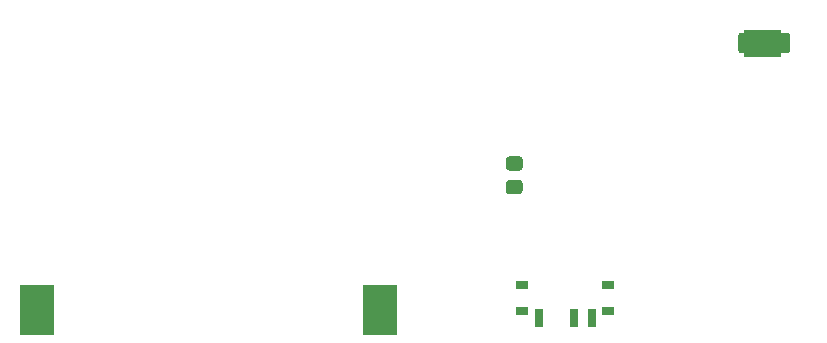
<source format=gbr>
%TF.GenerationSoftware,KiCad,Pcbnew,(5.1.10)-1*%
%TF.CreationDate,2022-09-07T22:56:21-04:00*%
%TF.ProjectId,HACK Badges,4841434b-2042-4616-9467-65732e6b6963,rev?*%
%TF.SameCoordinates,Original*%
%TF.FileFunction,Soldermask,Bot*%
%TF.FilePolarity,Negative*%
%FSLAX46Y46*%
G04 Gerber Fmt 4.6, Leading zero omitted, Abs format (unit mm)*
G04 Created by KiCad (PCBNEW (5.1.10)-1) date 2022-09-07 22:56:21*
%MOMM*%
%LPD*%
G01*
G04 APERTURE LIST*
%ADD10C,0.100000*%
%ADD11R,3.000000X4.200000*%
%ADD12R,0.700000X1.500000*%
%ADD13R,1.000000X0.800000*%
G04 APERTURE END LIST*
D10*
G36*
X196260000Y-101610000D02*
G01*
X193230000Y-101590000D01*
X193230000Y-99350000D01*
X196240000Y-99330000D01*
X196260000Y-101610000D01*
G37*
X196260000Y-101610000D02*
X193230000Y-101590000D01*
X193230000Y-99350000D01*
X196240000Y-99330000D01*
X196260000Y-101610000D01*
D11*
%TO.C,BT1*%
X162390000Y-123080000D03*
X133390000Y-123080000D03*
%TD*%
%TO.C,D1*%
G36*
G01*
X197110000Y-99845000D02*
X197110000Y-101095000D01*
G75*
G02*
X196860000Y-101345000I-250000J0D01*
G01*
X195935000Y-101345000D01*
G75*
G02*
X195685000Y-101095000I0J250000D01*
G01*
X195685000Y-99845000D01*
G75*
G02*
X195935000Y-99595000I250000J0D01*
G01*
X196860000Y-99595000D01*
G75*
G02*
X197110000Y-99845000I0J-250000D01*
G01*
G37*
G36*
G01*
X194135000Y-99845000D02*
X194135000Y-101095000D01*
G75*
G02*
X193885000Y-101345000I-250000J0D01*
G01*
X192960000Y-101345000D01*
G75*
G02*
X192710000Y-101095000I0J250000D01*
G01*
X192710000Y-99845000D01*
G75*
G02*
X192960000Y-99595000I250000J0D01*
G01*
X193885000Y-99595000D01*
G75*
G02*
X194135000Y-99845000I0J-250000D01*
G01*
G37*
%TD*%
%TO.C,R1*%
G36*
G01*
X173309999Y-110080000D02*
X174210001Y-110080000D01*
G75*
G02*
X174460000Y-110329999I0J-249999D01*
G01*
X174460000Y-111030001D01*
G75*
G02*
X174210001Y-111280000I-249999J0D01*
G01*
X173309999Y-111280000D01*
G75*
G02*
X173060000Y-111030001I0J249999D01*
G01*
X173060000Y-110329999D01*
G75*
G02*
X173309999Y-110080000I249999J0D01*
G01*
G37*
G36*
G01*
X173309999Y-112080000D02*
X174210001Y-112080000D01*
G75*
G02*
X174460000Y-112329999I0J-249999D01*
G01*
X174460000Y-113030001D01*
G75*
G02*
X174210001Y-113280000I-249999J0D01*
G01*
X173309999Y-113280000D01*
G75*
G02*
X173060000Y-113030001I0J249999D01*
G01*
X173060000Y-112329999D01*
G75*
G02*
X173309999Y-112080000I249999J0D01*
G01*
G37*
%TD*%
D12*
%TO.C,SW1*%
X175830000Y-123790000D03*
X178830000Y-123790000D03*
X180330000Y-123790000D03*
D13*
X174430000Y-123140000D03*
X174430000Y-120940000D03*
X181730000Y-123140000D03*
X181730000Y-120940000D03*
%TD*%
M02*

</source>
